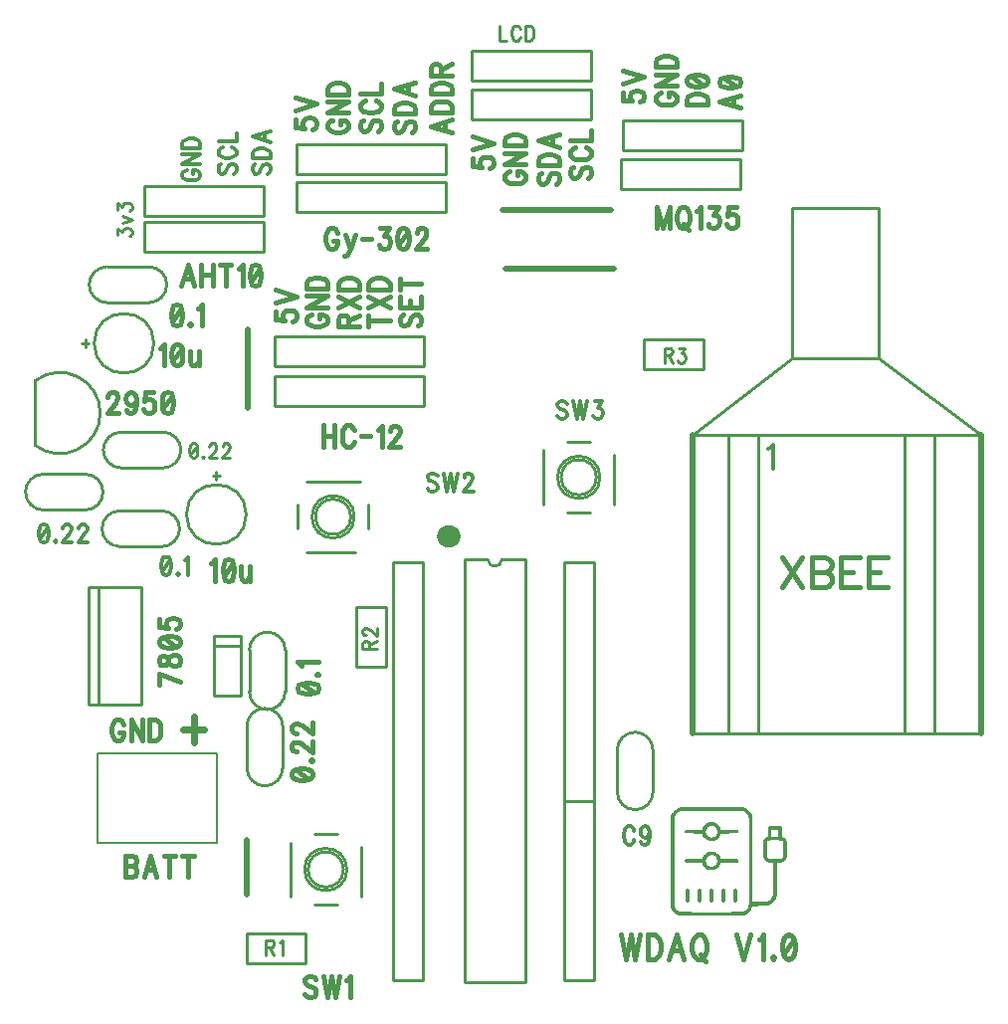
<source format=gbr>
G04 DipTrace 4.3.0.5*
G04 TopSilk.gbr*
%MOIN*%
G04 #@! TF.FileFunction,Legend,Top*
G04 #@! TF.Part,Single*
%ADD10C,0.009843*%
%ADD21O,0.078934X0.073738*%
%ADD22C,0.019685*%
%ADD31C,0.007874*%
%ADD84C,0.012351*%
%ADD85C,0.013123*%
%ADD86C,0.015311*%
%ADD87C,0.010936*%
%ADD88C,0.021872*%
%ADD89C,0.015439*%
%ADD90C,0.017498*%
%FSLAX26Y26*%
G04*
G70*
G90*
G75*
G01*
G04 TopSilk*
%LPD*%
X2025122Y2098424D2*
D10*
Y681101D1*
X2229849Y2098424D2*
Y681101D1*
X2025122D2*
X2229849D1*
X2025122Y2098424D2*
X2103854D1*
X2229849D2*
X2151116D1*
X2103854D2*
G03X2151116Y2098424I23631J104D01*
G01*
X1186758Y1841214D2*
X1277309Y1841217D1*
X1277315Y1640301D1*
X1186759Y1807832D2*
X1277310Y1807835D1*
X1186763Y1640298D2*
X1277315Y1640301D1*
X1186758Y1841214D2*
X1186763Y1640298D1*
X1514880Y2240776D2*
G02X1514880Y2240776I70850J0D01*
G01*
X1676292Y2358895D2*
X1495164Y2358891D1*
X1467588Y2280181D2*
X1467590Y2201393D1*
X1495169Y2122657D2*
X1660534Y2122661D1*
X1703873Y2201398D2*
X1703871Y2280187D1*
X1526694Y2240776D2*
G02X1526694Y2240776I59037J0D01*
G01*
X765484Y1610496D2*
X942649Y1610502D1*
X942636Y2004203D1*
X765471Y2004197D1*
X765484Y1610496D1*
X800917Y1610497D2*
X800904Y2004198D1*
X2949417Y3339246D2*
Y3439246D1*
X2549417Y3339246D2*
X2949417D1*
X2549417Y3439246D2*
X2949417D1*
X2549417Y3339246D2*
Y3439246D1*
X1964695Y3388353D2*
Y3488353D1*
X1464695Y3388353D2*
X1964695D1*
X1464695Y3488353D2*
X1964695D1*
X1464695Y3388353D2*
Y3488353D1*
X1353703Y3127604D2*
Y3227604D1*
X953703Y3127604D2*
X1353703D1*
X953703Y3227604D2*
X1353703D1*
X953703Y3127604D2*
Y3227604D1*
X586861Y2696050D2*
G02X586866Y2480696I82881J-107675D01*
G01*
Y2482779D2*
X587715Y2693687D1*
X1195985Y1149784D2*
D31*
X1195978Y1449784D1*
X795978Y1449775D1*
X795985Y1149775D1*
X1195985Y1149784D1*
X2449571Y3573403D2*
D10*
Y3673403D1*
X2049571Y3573403D2*
X2449571D1*
X2049571Y3673403D2*
X2449571D1*
X2049571Y3573403D2*
Y3673403D1*
X1891531Y2613432D2*
Y2713432D1*
X1391531Y2613432D2*
X1891531D1*
X1391531Y2713432D2*
X1891531D1*
X1391531Y2613432D2*
Y2713432D1*
X1182823Y2378456D2*
X1206464Y2378457D1*
X1194643Y2390276D2*
X1194644Y2366662D1*
X1094684Y2248546D2*
G02X1094684Y2248546I99965J0D01*
G01*
X1305221Y1794653D2*
X1305227Y1654773D1*
X1425221Y1794658D2*
X1425227Y1654778D1*
X1305227Y1654773D2*
G03X1425227Y1654778I60000J-58D01*
G01*
X1425221Y1794658D2*
G03X1305221Y1794653I-60000J58D01*
G01*
X1416864Y1399411D2*
X1416857Y1539290D1*
X1296864Y1399406D2*
X1296857Y1539285D1*
X1416857Y1539290D2*
G03X1296857Y1539285I-60000J57D01*
G01*
X1296864Y1399406D2*
G03X1416864Y1399411I60000J-57D01*
G01*
X1011357Y2260939D2*
X871478Y2260925D1*
X1011369Y2140939D2*
X871490Y2140925D1*
X871478Y2260925D2*
G03X871490Y2140925I-55J-60000D01*
G01*
X1011369Y2140939D2*
G03X1011357Y2260939I55J60000D01*
G01*
X755162Y2383687D2*
X615283Y2383684D1*
X755165Y2263687D2*
X615286Y2263684D1*
X615283Y2383684D2*
G03X615286Y2263684I-59J-60000D01*
G01*
X755165Y2263687D2*
G03X755162Y2383687I59J60000D01*
G01*
X1015944Y2524406D2*
X876064Y2524401D1*
X1015948Y2404406D2*
X876069Y2404401D1*
X876064Y2524401D2*
G03X876069Y2404401I-58J-60000D01*
G01*
X1015948Y2404406D2*
G03X1015944Y2524406I58J60000D01*
G01*
X755451Y2810037D2*
Y2833677D1*
X743632Y2821857D2*
X767246D1*
X785397D2*
G02X785397Y2821857I99965J0D01*
G01*
X828773Y2958118D2*
X968652D1*
X828773Y3078118D2*
X968652D1*
Y2958118D2*
G03X968652Y3078118I60J60000D01*
G01*
X828773D2*
G03X828773Y2958118I-60J-60000D01*
G01*
X1490189Y1059416D2*
G02X1490189Y1059416I70850J0D01*
G01*
X1442922Y1149981D2*
Y968852D1*
X1521631Y941275D2*
X1600420D1*
X1679156Y968852D2*
Y1134217D1*
X1600420Y1177558D2*
X1521631D1*
X1502002Y1059416D2*
G02X1502002Y1059416I59037J0D01*
G01*
X1763179Y1938638D2*
Y1739003D1*
X1663179D2*
X1763179D1*
X1663179Y1938638D2*
Y1739003D1*
Y1938638D2*
X1763179D1*
X2337853Y2373138D2*
G02X2337853Y2373138I70850J0D01*
G01*
X2290586Y2463702D2*
Y2282574D1*
X2369295Y2254996D2*
X2448084D1*
X2526820Y2282574D2*
Y2447939D1*
X2448084Y2491280D2*
X2369295D1*
X2349666Y2373138D2*
G02X2349666Y2373138I59037J0D01*
G01*
X1295236Y844379D2*
X1494871D1*
Y744379D2*
Y844379D1*
X1295236Y744379D2*
X1494871D1*
X1295236D2*
Y844379D1*
X2537418Y1459296D2*
X2537426Y1319417D1*
X2657418Y1459303D2*
X2657426Y1319423D1*
X2537426Y1319417D2*
G03X2657426Y1319423I60000J-57D01*
G01*
X2657418Y1459303D2*
G03X2537418Y1459296I-60000J57D01*
G01*
X2359607Y1287290D2*
Y2087290D1*
X2459607Y1287290D2*
X2359607D1*
X2459607D2*
Y2087290D1*
X2359607D1*
X1353703Y3247544D2*
Y3347544D1*
X953703Y3247544D2*
X1353703D1*
X953703Y3347544D2*
X1353703D1*
X953703Y3247544D2*
Y3347544D1*
X1964695Y3261719D2*
Y3361719D1*
X1464695Y3261719D2*
X1964695D1*
X1464695Y3361719D2*
X1964695D1*
X1464695Y3261719D2*
Y3361719D1*
X2449571Y3701233D2*
Y3801233D1*
X2049571Y3701233D2*
X2449571D1*
X2049571Y3801233D2*
X2449571D1*
X2049571Y3701233D2*
Y3801233D1*
X2955206Y3467265D2*
Y3567265D1*
X2555206Y3467265D2*
X2955206D1*
X2555206Y3567265D2*
X2955206D1*
X2555206Y3467265D2*
Y3567265D1*
X1891531Y2744492D2*
Y2844492D1*
X1391531Y2744492D2*
X1891531D1*
X1391531Y2844492D2*
X1891531D1*
X1391531Y2744492D2*
Y2844492D1*
X2627938Y2835265D2*
X2827573D1*
Y2735265D2*
Y2835265D1*
X2627938Y2735265D2*
X2827573D1*
X2627938D2*
Y2835265D1*
X1886227Y2086882D2*
X1786227D1*
X1886227Y686882D2*
Y2086882D1*
Y686882D2*
X1786227D1*
Y762482D1*
Y2086882D1*
X2359607Y1289790D2*
Y689790D1*
X2459607Y1289790D2*
Y689790D1*
X2359607Y1289790D2*
X2459607D1*
X2359607Y689790D2*
X2459607D1*
X2790979Y1515714D2*
X3757660D1*
X2790979Y2515714D2*
X3124567Y2773490D1*
Y3274393D2*
X3413976D1*
Y2773490D1*
X3124567D1*
Y3274393D1*
X2909504Y1515714D2*
X2959504D1*
X3413976Y2773490D2*
X3755968Y2515714D1*
X2790979D2*
X3755968D1*
D21*
X1972783Y2176755D3*
X1300288Y2870017D2*
D22*
Y2606612D1*
X1296752Y1157460D2*
X1294935Y974494D1*
X2153889Y3268337D2*
X2515266D1*
X2164169Y3073171D2*
X2525546D1*
X2909504Y1515714D2*
D10*
X3009504D1*
X2909504Y2515714D2*
Y1515714D1*
Y2515714D2*
X3009504D1*
Y2440714D1*
Y1515714D1*
X3500404D2*
X3600404D1*
X3500404Y2515714D2*
Y1515714D1*
Y2515714D2*
X3600404D1*
Y2440714D1*
Y1515714D1*
X3755968Y2515714D2*
D22*
Y1515713D1*
X2790979Y2515714D2*
Y1515714D1*
G36*
X3089988Y1170035D2*
Y1199926D1*
X3089186Y1203157D1*
X3087584Y1204773D1*
X3085981Y1205581D1*
X3083577Y1206389D1*
X3048320D1*
X3045115Y1205581D1*
X3042711Y1203157D1*
X3041910Y1200734D1*
Y1170035D1*
X3038704Y1169228D1*
X3033897Y1166804D1*
X3029089Y1161957D1*
X3026685Y1157110D1*
Y1101368D1*
X3028288Y1096521D1*
X3029890Y1094097D1*
X3030691Y1092482D1*
X3035499Y1087635D1*
X3038704Y1085211D1*
X3040307Y1084403D1*
X3045115Y1082787D1*
X3049923Y1081980D1*
X3050724D1*
X3051322Y1082498D1*
X3051738Y1082451D1*
X3052327Y1081980D1*
X3059538Y1081172D1*
Y974535D1*
X3058737Y973727D1*
X3057936Y970496D1*
X3057134Y968880D1*
X3056333Y966457D1*
X3054730Y964033D1*
Y963225D1*
X3047519Y955955D1*
X3041108Y952723D1*
X3038704Y951915D1*
X3035499Y951108D1*
X3020809Y950300D1*
X3006118D1*
X2991428Y951108D1*
Y1230624D1*
X2990627Y1235471D1*
X2989825Y1237895D1*
X2989024Y1241126D1*
X2985017Y1249205D1*
X2983415Y1251629D1*
X2974601Y1260515D1*
X2969793Y1263746D1*
X2966588Y1265362D1*
X2961780Y1266978D1*
X2958575Y1267786D1*
X2953767Y1268593D1*
X2753442D1*
X2748634Y1267786D1*
X2743025Y1266170D1*
X2736615Y1262938D1*
X2731807Y1259707D1*
X2727801Y1255668D1*
X2754243D1*
X2820484Y1256476D1*
X2886725D1*
X2952965Y1255668D1*
X2957773Y1254860D1*
X2960177Y1254052D1*
X2964985Y1251629D1*
X2965786Y1250821D1*
X2968991Y1248397D1*
X2973799Y1243550D1*
Y1242742D1*
X2975402Y1240319D1*
X2977004Y1237087D1*
X2977806Y1233856D1*
X2978607Y1227393D1*
X2979408Y1226585D1*
Y945453D1*
X2978607Y944645D1*
X2977806Y938990D1*
X2976203Y934143D1*
X2975402Y932527D1*
X2973799Y930103D1*
X2970594Y926064D1*
X2966588Y922025D1*
X2960177Y918794D1*
X2957773Y917986D1*
X2952965Y917178D1*
X2886725Y916370D1*
X2820484D1*
X2754243Y917178D1*
X2750237Y917986D1*
X2747032Y918794D1*
X2742224Y921217D1*
X2741423Y922025D1*
X2739820Y922833D1*
X2734211Y928488D1*
Y929296D1*
X2731006Y934143D1*
X2730204Y936566D1*
X2729403Y939798D1*
X2728602Y940606D1*
Y1232240D1*
X2729403Y1233048D1*
X2730204Y1236279D1*
X2732608Y1241126D1*
X2734211Y1243550D1*
Y1244358D1*
X2739820Y1250013D1*
X2741423Y1250821D1*
X2742224Y1251629D1*
X2747032Y1254052D1*
X2750237Y1254860D1*
X2754243Y1255668D1*
X2727801D1*
X2725397Y1253244D1*
X2722993Y1250013D1*
X2721390Y1247589D1*
X2718986Y1242742D1*
X2718185Y1240319D1*
X2716582Y1233856D1*
Y938990D1*
X2718185Y932527D1*
X2718986Y930103D1*
X2721390Y925256D1*
X2722993Y922833D1*
X2725397Y919601D1*
X2731807Y913139D1*
X2736615Y909907D1*
X2743025Y906676D1*
X2748634Y905060D1*
X2753442Y904252D1*
X2953767D1*
X2958575Y905060D1*
X2961780Y905868D1*
X2966588Y907484D1*
X2969793Y909099D1*
X2974601Y912331D1*
X2982614Y920409D1*
X2985017Y923641D1*
X2986620Y926064D1*
X2987421Y928488D1*
X2988223Y930103D1*
X2989825Y934951D1*
Y936566D1*
X3029890Y937374D1*
X3037903Y938182D1*
X3041108Y938990D1*
X3043512Y939798D1*
X3049121Y942221D1*
X3050724Y943029D1*
X3055532Y946260D1*
X3063545Y954339D1*
X3066750Y959186D1*
X3068353Y962418D1*
X3069154Y964841D1*
X3069955Y966457D1*
X3070756Y968880D1*
X3071558Y972112D1*
X3072359Y977767D1*
Y1081172D1*
X3081975Y1081980D1*
X3086782Y1082787D1*
X3089186Y1083595D1*
X3093994Y1086019D1*
X3096398Y1087635D1*
X3101206Y1092482D1*
X3102808Y1095713D1*
X3085180D1*
X3072359Y1094905D1*
X3059538D1*
X3046717Y1095713D1*
X3043512Y1097329D1*
X3039506Y1101368D1*
Y1102984D1*
X3038704Y1103792D1*
Y1153878D1*
X3041108Y1156302D1*
X3057669Y1157110D1*
X3074229D1*
X3090789Y1156302D1*
X3093193Y1153878D1*
Y1103792D1*
X3092391Y1102984D1*
X3091590Y1101368D1*
Y1100560D1*
X3088385Y1097329D1*
X3085180Y1095713D1*
X3102808D1*
X3104411Y1098945D1*
X3105212Y1102176D1*
Y1156302D1*
X3104411Y1158726D1*
X3102808Y1161957D1*
X3098001Y1166804D1*
X3094795Y1168420D1*
X3089988Y1170035D1*
X3077167D1*
X3069688Y1169228D1*
X3062209D1*
X3054730Y1170035D1*
X3053929Y1170843D1*
Y1192655D1*
X3061942Y1193463D1*
X3069955D1*
X3077968Y1192655D1*
Y1170843D1*
X3077167Y1170035D1*
X3089988D1*
G37*
G36*
X2827963Y1204773D2*
X2827162Y1203965D1*
X2823956Y1197502D1*
X2823155Y1195079D1*
Y1193463D1*
X2768667Y1192655D1*
X2767064Y1191847D1*
X2764660Y1189424D1*
X2763859Y1187000D1*
Y1185385D1*
X2765462Y1182153D1*
X2766263Y1181345D1*
X2767865Y1180538D1*
X2823155Y1179730D1*
Y1178114D1*
X2824758Y1173267D1*
X2826360Y1170035D1*
X2828764Y1166804D1*
X2835175Y1160341D1*
X2839181Y1157918D1*
X2840784Y1157110D1*
X2845591Y1155494D1*
X2848797Y1154686D1*
X2858412D1*
X2862419Y1155494D1*
X2864823Y1156302D1*
X2869630Y1158726D1*
X2872034Y1160341D1*
X2875239Y1162765D1*
X2876842Y1164381D1*
X2880047Y1168420D1*
X2883252Y1174883D1*
X2884054Y1177306D1*
Y1178922D1*
X2884855Y1179730D1*
X2939343Y1180538D1*
X2940946Y1181345D1*
X2942549Y1182961D1*
X2943350Y1184577D1*
Y1188616D1*
X2941747Y1191040D1*
X2938542Y1192655D1*
X2884855Y1193463D1*
X2884054Y1194271D1*
Y1195887D1*
X2883252Y1198310D1*
X2881650Y1201542D1*
X2880047Y1203965D1*
X2879246Y1205581D1*
X2872836Y1212044D1*
X2870432Y1213659D1*
X2865624Y1216083D1*
X2863220Y1216891D1*
X2860015Y1217699D1*
X2847194D1*
X2839982Y1215275D1*
X2836777Y1213659D1*
X2833572Y1211236D1*
X2828764Y1206389D1*
X2827963Y1204773D1*
X2848797D1*
X2852269Y1205581D1*
X2855741D1*
X2859214Y1204773D1*
X2861617Y1203965D1*
X2863220Y1203157D1*
X2864021Y1202350D1*
X2865624Y1201542D1*
X2869630Y1197502D1*
Y1196695D1*
X2871233Y1193463D1*
X2872034Y1191040D1*
X2872836Y1190232D1*
Y1182153D1*
X2872034Y1181345D1*
X2871233Y1178922D1*
X2870432Y1177306D1*
X2868829Y1174883D1*
Y1174075D1*
X2867227Y1172459D1*
X2865624Y1171651D1*
X2864021Y1170035D1*
X2862419Y1169228D1*
X2860015Y1168420D1*
X2856810Y1167612D1*
X2854673Y1166804D1*
X2852536D1*
X2850399Y1167612D1*
X2847194Y1168420D1*
X2842386Y1170843D1*
X2837578Y1175690D1*
Y1176498D1*
X2835976Y1179730D1*
X2835175Y1182961D1*
X2834373Y1183769D1*
Y1189424D1*
X2835175Y1190232D1*
X2836777Y1195079D1*
X2838380Y1197502D1*
Y1198310D1*
X2840784Y1200734D1*
X2842386Y1201542D1*
X2843989Y1203157D1*
X2845591Y1203965D1*
X2848797Y1204773D1*
X2827963D1*
G37*
G36*
Y1107023D2*
X2827162Y1106215D1*
X2823956Y1099752D1*
X2823155Y1097329D1*
Y1095713D1*
X2769468Y1094905D1*
X2767064Y1094097D1*
X2764660Y1091674D1*
X2763859Y1089250D1*
Y1087635D1*
X2764660Y1085211D1*
X2766263Y1083595D1*
X2769468Y1081980D1*
X2823155Y1080364D1*
X2823956Y1079556D1*
Y1077940D1*
X2824758Y1075517D1*
X2826360Y1072285D1*
X2827963Y1069862D1*
X2835175Y1062591D1*
X2837578Y1060975D1*
X2840784Y1059360D1*
X2845591Y1057744D1*
X2848797Y1056936D1*
X2858412D1*
X2862419Y1057744D1*
X2864823Y1058552D1*
X2871233Y1061783D1*
X2875239Y1065015D1*
X2877643Y1067438D1*
X2880047Y1070670D1*
X2884054Y1078748D1*
Y1081172D1*
X2936939Y1081980D1*
X2940145Y1082787D1*
X2942549Y1085211D1*
X2943350Y1086827D1*
Y1090058D1*
X2942549Y1091674D1*
X2940145Y1094097D1*
X2938542Y1094905D1*
X2884054Y1095713D1*
Y1098137D1*
X2883252Y1099752D1*
X2882451Y1102176D1*
X2881650Y1103792D1*
X2878445Y1108639D1*
X2873637Y1113486D1*
X2868829Y1116717D1*
X2865624Y1118333D1*
X2863220Y1119141D1*
X2860015Y1119949D1*
X2847194D1*
X2842386Y1118333D1*
X2837578Y1115909D1*
X2835175Y1114294D1*
X2831969Y1111870D1*
X2829565Y1109447D1*
X2827963Y1107023D1*
X2848797D1*
X2852002Y1107831D1*
X2855207D1*
X2858412Y1107023D1*
X2860816Y1106215D1*
X2865624Y1103792D1*
X2869630Y1099752D1*
Y1098945D1*
X2871233Y1095713D1*
X2872034Y1093290D1*
X2872836Y1092482D1*
Y1084403D1*
X2872034Y1083595D1*
X2871233Y1081172D1*
X2869630Y1077940D1*
Y1077133D1*
X2866425Y1073901D1*
X2864823Y1073093D1*
X2864021Y1072285D1*
X2860816Y1070670D1*
X2857611Y1069862D1*
X2854940Y1069054D1*
X2852269D1*
X2849598Y1069862D1*
X2844790Y1071478D1*
X2843989Y1072285D1*
X2842386Y1073093D1*
X2836777Y1078748D1*
Y1079556D1*
X2835976Y1081980D1*
X2835175Y1085211D1*
X2834373Y1086019D1*
Y1090866D1*
X2835175Y1091674D1*
X2835976Y1094905D1*
X2836777Y1097329D1*
X2838380Y1099752D1*
Y1100560D1*
X2840784Y1102984D1*
X2842386Y1103792D1*
X2843188Y1104599D1*
X2846393Y1106215D1*
X2848797Y1107023D1*
X2827963D1*
G37*
G36*
X2771872Y994732D2*
X2770269Y993924D1*
X2768667Y992308D1*
X2767865Y990692D1*
Y953531D1*
X2769468Y951108D1*
X2771071Y950300D1*
X2773475Y949492D1*
X2774276D1*
X2776680Y950300D1*
X2779084Y952723D1*
X2779885Y954339D1*
Y989884D1*
X2779084Y992308D1*
X2777481Y993924D1*
X2775878Y994732D1*
X2771872D1*
G37*
G36*
X2811937D2*
X2810334Y993924D1*
X2808732Y992308D1*
X2807930Y990692D1*
Y953531D1*
X2808732Y951915D1*
X2809533Y951108D1*
X2811136Y950300D1*
X2814341Y949492D1*
X2816745Y950300D1*
X2819149Y952723D1*
X2819950Y954339D1*
Y989884D1*
X2818347Y993116D1*
X2815142Y994732D1*
X2811937D1*
G37*
G36*
X2852002D2*
X2850399Y993924D1*
X2848797Y992308D1*
X2847995Y990692D1*
Y953531D1*
X2848797Y951915D1*
X2849598Y951108D1*
X2851201Y950300D1*
X2853604Y949492D1*
X2856810Y950300D1*
X2859214Y952723D1*
X2860015Y955147D1*
Y989077D1*
X2859214Y991500D1*
X2856810Y993924D1*
X2855207Y994732D1*
X2852002D1*
G37*
G36*
X2892067D2*
X2890464Y993924D1*
X2888060Y991500D1*
X2887259Y989077D1*
Y955147D1*
X2888060Y952723D1*
X2890464Y950300D1*
X2892868Y949492D1*
X2893669D1*
X2896875Y950300D1*
X2899278Y952723D1*
X2900080Y955147D1*
Y989884D1*
X2899278Y991500D1*
X2896875Y993924D1*
X2895272Y994732D1*
X2892067D1*
G37*
G36*
X2932132D2*
X2930529Y993924D1*
X2928125Y991500D1*
X2927324Y989884D1*
Y954339D1*
X2928125Y952723D1*
X2930529Y950300D1*
X2933734Y949492D1*
X2936939Y950300D1*
X2938542Y951915D1*
X2939343Y953531D1*
Y991500D1*
X2936939Y993924D1*
X2935337Y994732D1*
X2932132D1*
G37*
X3042253Y2466844D2*
D84*
X3049946Y2470735D1*
X3061442Y2482143D1*
Y2401847D1*
X1210180Y3421443D2*
D85*
X1204410Y3416879D1*
X1201558Y3409982D1*
Y3400803D1*
X1204410Y3393905D1*
X1210180Y3389289D1*
X1215884D1*
X1221654Y3391624D1*
X1224506Y3393905D1*
X1227358Y3398468D1*
X1233128Y3412263D1*
X1235980Y3416879D1*
X1238898Y3419161D1*
X1244602Y3421443D1*
X1253224D1*
X1258928Y3416879D1*
X1261846Y3409982D1*
Y3400803D1*
X1258928Y3393905D1*
X1253224Y3389289D1*
X1215884Y3476875D2*
X1210180Y3474594D1*
X1204410Y3469977D1*
X1201558Y3465414D1*
Y3456235D1*
X1204410Y3451619D1*
X1210180Y3447056D1*
X1215884Y3444721D1*
X1224506Y3442440D1*
X1238898D1*
X1247454Y3444721D1*
X1253224Y3447056D1*
X1258928Y3451619D1*
X1261846Y3456235D1*
Y3465414D1*
X1258928Y3469977D1*
X1253224Y3474594D1*
X1247454Y3476875D1*
X1201558Y3497872D2*
X1261846D1*
Y3525410D1*
X1687297Y3570137D2*
D86*
X1680565Y3564813D1*
X1677237Y3556766D1*
Y3546057D1*
X1680565Y3538009D1*
X1687297Y3532624D1*
X1693951D1*
X1700683Y3535348D1*
X1704010Y3538009D1*
X1707337Y3543333D1*
X1714069Y3559428D1*
X1717396Y3564813D1*
X1720801Y3567475D1*
X1727455Y3570137D1*
X1737514D1*
X1744169Y3564813D1*
X1747573Y3556766D1*
Y3546057D1*
X1744169Y3538009D1*
X1737514Y3532624D1*
X1693951Y3634808D2*
X1687297Y3632146D1*
X1680565Y3626761D1*
X1677237Y3621437D1*
Y3610728D1*
X1680565Y3605343D1*
X1687297Y3600019D1*
X1693951Y3597295D1*
X1704010Y3594634D1*
X1720801D1*
X1730783Y3597295D1*
X1737514Y3600019D1*
X1744169Y3605343D1*
X1747573Y3610728D1*
Y3621437D1*
X1744169Y3626761D1*
X1737514Y3632146D1*
X1730783Y3634808D1*
X1677237Y3659305D2*
X1747573D1*
Y3691432D1*
X2391012Y3412745D2*
X2384280Y3407422D1*
X2380953Y3399375D1*
Y3388666D1*
X2384280Y3380618D1*
X2391012Y3375233D1*
X2397666D1*
X2404398Y3377957D1*
X2407725Y3380618D1*
X2411052Y3385942D1*
X2417784Y3402036D1*
X2421112Y3407422D1*
X2424516Y3410084D1*
X2431171Y3412745D1*
X2441230D1*
X2447884Y3407422D1*
X2451289Y3399375D1*
Y3388666D1*
X2447884Y3380618D1*
X2441230Y3375233D1*
X2397666Y3477417D2*
X2391012Y3474755D1*
X2384280Y3469370D1*
X2380953Y3464046D1*
Y3453337D1*
X2384280Y3447951D1*
X2391012Y3442628D1*
X2397666Y3439904D1*
X2407725Y3437242D1*
X2424516D1*
X2434498Y3439904D1*
X2441230Y3442628D1*
X2447884Y3447951D1*
X2451289Y3453337D1*
Y3464046D1*
X2447884Y3469370D1*
X2441230Y3474755D1*
X2434498Y3477417D1*
X2380953Y3501914D2*
X2451289D1*
Y3534041D1*
X2281996Y3393252D2*
X2275264Y3387928D1*
X2271937Y3379881D1*
Y3369172D1*
X2275264Y3361125D1*
X2281996Y3355740D1*
X2288650D1*
X2295382Y3358463D1*
X2298710Y3361125D1*
X2302037Y3366449D1*
X2308769Y3382543D1*
X2312096Y3387928D1*
X2315500Y3390590D1*
X2322155Y3393252D1*
X2332214D1*
X2338868Y3387928D1*
X2342273Y3379881D1*
Y3369172D1*
X2338868Y3361125D1*
X2332214Y3355740D1*
X2271937Y3417749D2*
X2342273D1*
Y3436505D1*
X2338868Y3444553D1*
X2332214Y3449938D1*
X2325482Y3452600D1*
X2315500Y3455262D1*
X2298710D1*
X2288650Y3452600D1*
X2281996Y3449938D1*
X2275264Y3444553D1*
X2271937Y3436505D1*
Y3417749D1*
X2342273Y3522656D2*
X2271937Y3501177D1*
X2342273Y3479758D1*
X2318828Y3487806D2*
Y3514609D1*
X1800867Y3566083D2*
X1794136Y3560759D1*
X1790808Y3552712D1*
Y3542003D1*
X1794136Y3533956D1*
X1800867Y3528570D1*
X1807522D1*
X1814254Y3531294D1*
X1817581Y3533956D1*
X1820908Y3539279D1*
X1827640Y3555374D1*
X1830967Y3560759D1*
X1834372Y3563421D1*
X1841026Y3566083D1*
X1851085D1*
X1857740Y3560759D1*
X1861144Y3552712D1*
Y3542003D1*
X1857740Y3533956D1*
X1851085Y3528570D1*
X1790808Y3590580D2*
X1861144D1*
Y3609336D1*
X1857740Y3617383D1*
X1851085Y3622769D1*
X1844353Y3625430D1*
X1834372Y3628092D1*
X1817581D1*
X1807522Y3625430D1*
X1800867Y3622769D1*
X1794136Y3617383D1*
X1790808Y3609336D1*
Y3590580D1*
X1861144Y3695487D2*
X1790808Y3674007D1*
X1861144Y3652589D1*
X1837699Y3660636D2*
Y3687440D1*
X1324060Y3421443D2*
D85*
X1318289Y3416879D1*
X1315437Y3409982D1*
Y3400803D1*
X1318289Y3393905D1*
X1324060Y3389289D1*
X1329763D1*
X1335533Y3391624D1*
X1338385Y3393905D1*
X1341237Y3398468D1*
X1347007Y3412263D1*
X1349859Y3416879D1*
X1352778Y3419161D1*
X1358481Y3421443D1*
X1367103D1*
X1372807Y3416879D1*
X1375725Y3409982D1*
Y3400803D1*
X1372807Y3393905D1*
X1367103Y3389289D1*
X1315437Y3442440D2*
X1375725D1*
Y3458517D1*
X1372807Y3465414D1*
X1367103Y3470030D1*
X1361333Y3472312D1*
X1352778Y3474594D1*
X1338385D1*
X1329763Y3472312D1*
X1324060Y3470030D1*
X1318289Y3465414D1*
X1315437Y3458517D1*
Y3442440D1*
X1375725Y3532361D2*
X1315437Y3513949D1*
X1375725Y3495591D1*
X1355629Y3502489D2*
Y3525463D1*
X2369273Y2620007D2*
X2364710Y2625777D1*
X2357812Y2628629D1*
X2348633D1*
X2341735Y2625777D1*
X2337119Y2620007D1*
Y2614303D1*
X2339454Y2608533D1*
X2341735Y2605681D1*
X2346298Y2602830D1*
X2360094Y2597059D1*
X2364710Y2594207D1*
X2366991Y2591289D1*
X2369273Y2585585D1*
Y2576963D1*
X2364710Y2571260D1*
X2357812Y2568341D1*
X2348633D1*
X2341735Y2571260D1*
X2337119Y2576963D1*
X2390270Y2628629D2*
X2401784Y2568341D1*
X2413244Y2628629D1*
X2424705Y2568341D1*
X2436219Y2628629D1*
X2461832Y2628563D2*
X2487035D1*
X2473293Y2605615D1*
X2480191D1*
X2484754Y2602763D1*
X2487035Y2599911D1*
X2489370Y2591289D1*
Y2585585D1*
X2487035Y2576963D1*
X2482472Y2571193D1*
X2475575Y2568341D1*
X2468677D1*
X2461832Y2571193D1*
X2459551Y2574111D1*
X2457216Y2579815D1*
X1458501Y3572254D2*
D86*
Y3545512D1*
X1488601Y3542850D1*
X1485274Y3545512D1*
X1481869Y3553559D1*
Y3561545D1*
X1485274Y3569592D1*
X1491928Y3574977D1*
X1501987Y3577639D1*
X1508642D1*
X1518701Y3574977D1*
X1525433Y3569592D1*
X1528760Y3561545D1*
Y3553559D1*
X1525433Y3545512D1*
X1522028Y3542850D1*
X1515374Y3540127D1*
X1458424Y3602136D2*
X1528760Y3623554D1*
X1458424Y3644972D1*
X1583671Y3570105D2*
X1577017Y3567444D1*
X1570285Y3562058D1*
X1566958Y3556735D1*
Y3546026D1*
X1570285Y3540640D1*
X1577017Y3535317D1*
X1583671Y3532593D1*
X1593731Y3529931D1*
X1610521D1*
X1620503Y3532593D1*
X1627235Y3535317D1*
X1633889Y3540640D1*
X1637294Y3546026D1*
Y3556735D1*
X1633889Y3562058D1*
X1627235Y3567444D1*
X1620503Y3570105D1*
X1610521D1*
Y3556735D1*
X1566958Y3632115D2*
X1637294D1*
X1566958Y3594602D1*
X1637294D1*
X1566958Y3656612D2*
X1637294D1*
Y3675368D1*
X1633889Y3683415D1*
X1627235Y3688801D1*
X1620503Y3691463D1*
X1610521Y3694124D1*
X1593731D1*
X1583671Y3691463D1*
X1577017Y3688801D1*
X1570285Y3683415D1*
X1566958Y3675368D1*
Y3656612D1*
X2053678Y3440789D2*
Y3414048D1*
X2083778Y3411386D1*
X2080451Y3414048D1*
X2077046Y3422095D1*
Y3430080D1*
X2080451Y3438127D1*
X2087105Y3443513D1*
X2097164Y3446175D1*
X2103819D1*
X2113878Y3443513D1*
X2120610Y3438127D1*
X2123937Y3430080D1*
Y3422095D1*
X2120610Y3414048D1*
X2117205Y3411386D1*
X2110551Y3408662D1*
X2053601Y3470672D2*
X2123937Y3492090D1*
X2053601Y3513508D1*
X2176034Y3397276D2*
X2169379Y3394614D1*
X2162647Y3389229D1*
X2159320Y3383905D1*
Y3373196D1*
X2162647Y3367811D1*
X2169379Y3362487D1*
X2176034Y3359763D1*
X2186093Y3357102D1*
X2202884D1*
X2212865Y3359763D1*
X2219597Y3362487D1*
X2226252Y3367811D1*
X2229656Y3373196D1*
Y3383905D1*
X2226252Y3389229D1*
X2219597Y3394614D1*
X2212865Y3397276D1*
X2202884D1*
Y3383905D1*
X2159320Y3459286D2*
X2229656D1*
X2159320Y3421773D1*
X2229656D1*
X2159320Y3483782D2*
X2229656D1*
Y3502539D1*
X2226252Y3510586D1*
X2219597Y3515971D1*
X2212865Y3518633D1*
X2202884Y3521295D1*
X2186093D1*
X2176034Y3518633D1*
X2169379Y3515971D1*
X2162647Y3510586D1*
X2159320Y3502539D1*
Y3483782D1*
X2557714Y3662966D2*
Y3636225D1*
X2587814Y3633563D1*
X2584486Y3636225D1*
X2581082Y3644272D1*
Y3652257D1*
X2584486Y3660305D1*
X2591141Y3665690D1*
X2601200Y3668352D1*
X2607854D1*
X2617913Y3665690D1*
X2624645Y3660305D1*
X2627972Y3652257D1*
Y3644272D1*
X2624645Y3636225D1*
X2621241Y3633563D1*
X2614586Y3630839D1*
X2557636Y3692849D2*
X2627972Y3714267D1*
X2557636Y3735685D1*
X2683321Y3660819D2*
X2676667Y3658158D1*
X2669935Y3652772D1*
X2666608Y3647449D1*
Y3636740D1*
X2669935Y3631354D1*
X2676667Y3626030D1*
X2683321Y3623307D1*
X2693380Y3620645D1*
X2710171D1*
X2720153Y3623307D1*
X2726884Y3626030D1*
X2733539Y3631354D1*
X2736944Y3636740D1*
Y3647449D1*
X2733539Y3652772D1*
X2726884Y3658158D1*
X2720153Y3660819D1*
X2710171D1*
Y3647449D1*
X2666608Y3722829D2*
X2736944D1*
X2666608Y3685316D1*
X2736944D1*
X2666608Y3747326D2*
X2736944D1*
Y3766082D1*
X2733539Y3774129D1*
X2726884Y3779515D1*
X2720153Y3782177D1*
X2710171Y3784838D1*
X2693380D1*
X2683321Y3782177D1*
X2676667Y3779515D1*
X2669935Y3774129D1*
X2666608Y3766082D1*
Y3747326D1*
X2770243Y3620645D2*
X2840579D1*
Y3639401D1*
X2837174Y3647449D1*
X2830520Y3652834D1*
X2823788Y3655496D1*
X2813806Y3658158D1*
X2797015D1*
X2786956Y3655496D1*
X2780302Y3652834D1*
X2773570Y3647449D1*
X2770243Y3639401D1*
Y3620645D1*
X2770320Y3698749D2*
X2773647Y3690702D1*
X2783706Y3685316D1*
X2800420Y3682654D1*
X2810479D1*
X2827192Y3685316D1*
X2837251Y3690702D1*
X2840579Y3698749D1*
Y3704073D1*
X2837251Y3712120D1*
X2827192Y3717443D1*
X2810479Y3720167D1*
X2800420D1*
X2783706Y3717443D1*
X2773647Y3712120D1*
X2770320Y3704073D1*
Y3698749D1*
X2783706Y3717443D2*
X2827192Y3685316D1*
X2948814Y3653090D2*
X2878478Y3631610D1*
X2948814Y3610192D1*
X2925368Y3618240D2*
Y3645043D1*
X2878555Y3693682D2*
X2881882Y3685634D1*
X2891941Y3680249D1*
X2908655Y3677587D1*
X2918714D1*
X2935427Y3680249D1*
X2945486Y3685634D1*
X2948814Y3693682D1*
Y3699005D1*
X2945486Y3707053D1*
X2935427Y3712376D1*
X2918714Y3715100D1*
X2908655D1*
X2891941Y3712376D1*
X2881882Y3707053D1*
X2878555Y3699005D1*
Y3693682D1*
X2891941Y3712376D2*
X2935427Y3680249D1*
X1094917Y3401529D2*
D85*
X1089213Y3399247D1*
X1083443Y3394631D1*
X1080591Y3390068D1*
Y3380889D1*
X1083443Y3376273D1*
X1089213Y3371710D1*
X1094917Y3369375D1*
X1103539Y3367093D1*
X1117931D1*
X1126487Y3369375D1*
X1132257Y3371710D1*
X1137961Y3376273D1*
X1140879Y3380889D1*
Y3390068D1*
X1137961Y3394631D1*
X1132257Y3399247D1*
X1126487Y3401529D1*
X1117931D1*
Y3390068D1*
X1080591Y3454680D2*
X1140879D1*
X1080591Y3422526D1*
X1140879D1*
X1080591Y3475677D2*
X1140879D1*
Y3491754D1*
X1137961Y3498651D1*
X1132257Y3503267D1*
X1126487Y3505549D1*
X1117931Y3507830D1*
X1103539D1*
X1094917Y3505549D1*
X1089213Y3503267D1*
X1083443Y3498651D1*
X1080591Y3491754D1*
Y3475677D1*
X862248Y3184766D2*
D87*
Y3205769D1*
X881371Y3194317D1*
Y3200065D1*
X883748Y3203868D1*
X886124Y3205769D1*
X893309Y3207714D1*
X898063D1*
X905248Y3205769D1*
X910056Y3201966D1*
X912433Y3196218D1*
Y3190470D1*
X910056Y3184766D1*
X907624Y3182865D1*
X902871Y3180920D1*
X878939Y3225212D2*
X912433Y3236708D1*
X878939Y3248160D1*
X862248Y3269505D2*
Y3290507D1*
X881371Y3279055D1*
Y3284803D1*
X883748Y3288606D1*
X886124Y3290507D1*
X893309Y3292453D1*
X898063D1*
X905248Y3290507D1*
X910056Y3286705D1*
X912433Y3280957D1*
Y3275209D1*
X910056Y3269505D1*
X907624Y3267603D1*
X902871Y3265658D1*
X1393480Y2928035D2*
D86*
Y2901293D1*
X1423580Y2898631D1*
X1420253Y2901293D1*
X1416848Y2909340D1*
Y2917326D1*
X1420253Y2925373D1*
X1426907Y2930758D1*
X1436966Y2933420D1*
X1443621D1*
X1453680Y2930758D1*
X1460412Y2925373D1*
X1463739Y2917326D1*
Y2909340D1*
X1460412Y2901293D1*
X1457007Y2898631D1*
X1450353Y2895907D1*
X1393403Y2957917D2*
X1463739Y2979335D1*
X1393403Y3000753D1*
X1512640Y2918620D2*
X1505985Y2915958D1*
X1499254Y2910573D1*
X1495926Y2905249D1*
Y2894540D1*
X1499254Y2889155D1*
X1505985Y2883831D1*
X1512640Y2881107D1*
X1522699Y2878446D1*
X1539490D1*
X1549472Y2881107D1*
X1556203Y2883831D1*
X1562858Y2889155D1*
X1566262Y2894540D1*
Y2905249D1*
X1562858Y2910573D1*
X1556203Y2915958D1*
X1549472Y2918620D1*
X1539490D1*
Y2905249D1*
X1495926Y2980629D2*
X1566262D1*
X1495926Y2943117D1*
X1566262D1*
X1495926Y3005126D2*
X1566262D1*
Y3023883D1*
X1562858Y3031930D1*
X1556203Y3037315D1*
X1549472Y3039977D1*
X1539490Y3042639D1*
X1522699D1*
X1512640Y3039977D1*
X1505985Y3037315D1*
X1499254Y3031930D1*
X1495926Y3023883D1*
Y3005126D1*
X1984030Y3571468D2*
X1913694Y3549988D1*
X1984030Y3528570D1*
X1960585Y3536617D2*
Y3563421D1*
X1913694Y3595965D2*
X1984030D1*
Y3614721D1*
X1980626Y3622769D1*
X1973971Y3628154D1*
X1967239Y3630816D1*
X1957258Y3633478D1*
X1940467D1*
X1930408Y3630816D1*
X1923753Y3628154D1*
X1917021Y3622769D1*
X1913694Y3614721D1*
Y3595965D1*
Y3657975D2*
X1984030D1*
Y3676731D1*
X1980626Y3684778D1*
X1973971Y3690164D1*
X1967239Y3692825D1*
X1957258Y3695487D1*
X1940467D1*
X1930408Y3692825D1*
X1923753Y3690164D1*
X1917021Y3684778D1*
X1913694Y3676731D1*
Y3657975D1*
X1947199Y3719984D2*
Y3744064D1*
X1943794Y3752111D1*
X1940467Y3754835D1*
X1933812Y3757497D1*
X1927080D1*
X1920426Y3754835D1*
X1917021Y3752111D1*
X1913694Y3744064D1*
Y3719984D1*
X1984030D1*
X1947199Y3738740D2*
X1984030Y3757497D1*
X1637481Y2878799D2*
Y2902878D1*
X1634076Y2910926D1*
X1630749Y2913649D1*
X1624094Y2916311D1*
X1617363D1*
X1610708Y2913649D1*
X1607304Y2910926D1*
X1603976Y2902878D1*
Y2878799D1*
X1674312D1*
X1637481Y2897555D2*
X1674312Y2916311D1*
X1603976Y2940808D2*
X1674312Y2978321D1*
X1603976D2*
X1674312Y2940808D1*
X1603976Y3002818D2*
X1674312D1*
Y3021574D1*
X1670908Y3029621D1*
X1664253Y3035006D1*
X1657521Y3037668D1*
X1647540Y3040330D1*
X1630749D1*
X1620690Y3037668D1*
X1614035Y3035006D1*
X1607304Y3029621D1*
X1603976Y3021574D1*
Y3002818D1*
X1818543Y2918651D2*
X1811811Y2913327D1*
X1808484Y2905280D1*
Y2894571D1*
X1811811Y2886524D1*
X1818543Y2881138D1*
X1825198D1*
X1831930Y2883862D1*
X1835257Y2886524D1*
X1838584Y2891847D1*
X1845316Y2907942D1*
X1848643Y2913327D1*
X1852048Y2915989D1*
X1858702Y2918651D1*
X1868761D1*
X1875416Y2913327D1*
X1878820Y2905280D1*
Y2894571D1*
X1875416Y2886524D1*
X1868761Y2881138D1*
X1808484Y2977937D2*
Y2943148D1*
X1878820D1*
Y2977937D1*
X1841989Y2943148D2*
Y2964566D1*
X1808484Y3021190D2*
X1878820D1*
X1808484Y3002434D2*
Y3039946D1*
X1553381Y2546892D2*
Y2476556D1*
X1590893Y2546892D2*
Y2476556D1*
X1553381Y2513388D2*
X1590893D1*
X1655564Y2530179D2*
X1652903Y2536833D1*
X1647517Y2543565D1*
X1642194Y2546892D1*
X1631485D1*
X1626099Y2543565D1*
X1620776Y2536833D1*
X1618052Y2530179D1*
X1615390Y2520120D1*
Y2503329D1*
X1618052Y2493347D1*
X1620776Y2486615D1*
X1626099Y2479961D1*
X1631485Y2476556D1*
X1642194D1*
X1647517Y2479961D1*
X1652903Y2486615D1*
X1655564Y2493347D1*
X1680061Y2511686D2*
X1711012D1*
X1735509Y2533429D2*
X1740895Y2536833D1*
X1748942Y2546815D1*
Y2476556D1*
X1776163Y2530101D2*
Y2533429D1*
X1778824Y2540161D1*
X1781486Y2543488D1*
X1786872Y2546815D1*
X1797581D1*
X1802904Y2543488D1*
X1805566Y2540161D1*
X1808290Y2533429D1*
Y2526774D1*
X1805566Y2520042D1*
X1800242Y2510061D1*
X1773439Y2476556D1*
X1810951D1*
X1119865Y3014917D2*
X1098385Y3085253D1*
X1076967Y3014917D1*
X1085015Y3038363D2*
X1111818D1*
X1144362Y3085253D2*
Y3014917D1*
X1181875Y3085253D2*
Y3014917D1*
X1144362Y3051749D2*
X1181875D1*
X1225128Y3085253D2*
Y3014917D1*
X1206372Y3085253D2*
X1243884D1*
X1268381Y3071790D2*
X1273767Y3075194D1*
X1281814Y3085176D1*
Y3014917D1*
X1322405Y3085176D2*
X1314358Y3081849D1*
X1308973Y3071790D1*
X1306311Y3055076D1*
Y3045017D1*
X1308973Y3028303D1*
X1314358Y3018244D1*
X1322405Y3014917D1*
X1327729D1*
X1335776Y3018244D1*
X1341100Y3028303D1*
X1343823Y3045017D1*
Y3055076D1*
X1341100Y3071790D1*
X1335776Y3081849D1*
X1327729Y3085176D1*
X1322405D1*
X1341100Y3071790D2*
X1308973Y3028303D1*
X1599904Y3190674D2*
X1597242Y3197328D1*
X1591857Y3204060D1*
X1586533Y3207387D1*
X1575824D1*
X1570439Y3204060D1*
X1565115Y3197328D1*
X1562392Y3190674D1*
X1559730Y3180615D1*
Y3163824D1*
X1562392Y3153842D1*
X1565115Y3147110D1*
X1570439Y3140456D1*
X1575824Y3137051D1*
X1586533D1*
X1591857Y3140456D1*
X1597242Y3147110D1*
X1599904Y3153842D1*
Y3163824D1*
X1586533D1*
X1627125Y3183942D2*
X1643157Y3137051D1*
X1637834Y3123665D1*
X1632448Y3116933D1*
X1627125Y3113606D1*
X1624401D1*
X1659252Y3183942D2*
X1643157Y3137051D1*
X1683749Y3172180D2*
X1714700D1*
X1744582Y3207310D2*
X1773985D1*
X1757953Y3180537D1*
X1766000D1*
X1771324Y3177210D1*
X1773985Y3173883D1*
X1776709Y3163824D1*
Y3157169D1*
X1773985Y3147110D1*
X1768662Y3140378D1*
X1760615Y3137051D1*
X1752567D1*
X1744582Y3140378D1*
X1741920Y3143783D1*
X1739197Y3150437D1*
X1817301Y3207310D2*
X1809253Y3203982D1*
X1803868Y3193923D1*
X1801206Y3177210D1*
Y3167151D1*
X1803868Y3150437D1*
X1809253Y3140378D1*
X1817301Y3137051D1*
X1822624D1*
X1830671Y3140378D1*
X1835995Y3150437D1*
X1838719Y3167151D1*
Y3177210D1*
X1835995Y3193923D1*
X1830671Y3203982D1*
X1822624Y3207310D1*
X1817301D1*
X1835995Y3193923D2*
X1803868Y3150437D1*
X1865939Y3190596D2*
Y3193923D1*
X1868601Y3200655D1*
X1871263Y3203982D1*
X1876648Y3207310D1*
X1887357D1*
X1892681Y3203982D1*
X1895343Y3200655D1*
X1898066Y3193923D1*
Y3187269D1*
X1895343Y3180537D1*
X1890019Y3170555D1*
X1863216Y3137051D1*
X1900728D1*
X2143410Y3885973D2*
D87*
Y3835733D1*
X2166358D1*
X2212552Y3874034D2*
X2210650Y3878788D1*
X2206804Y3883596D1*
X2203001Y3885973D1*
X2195352D1*
X2191505Y3883596D1*
X2187702Y3878788D1*
X2185757Y3874034D1*
X2183856Y3866849D1*
Y3854856D1*
X2185757Y3847726D1*
X2187702Y3842918D1*
X2191505Y3838165D1*
X2195352Y3835733D1*
X2203001D1*
X2206804Y3838165D1*
X2210650Y3842918D1*
X2212552Y3847726D1*
X2230049Y3885973D2*
Y3835733D1*
X2243447D1*
X2249195Y3838165D1*
X2253042Y3842918D1*
X2254943Y3847726D1*
X2256844Y3854856D1*
Y3866849D1*
X2254943Y3874034D1*
X2253042Y3878788D1*
X2249195Y3883596D1*
X2243447Y3885973D1*
X2230049D1*
X2712095Y3208089D2*
D86*
Y3278425D1*
X2690677Y3208089D1*
X2669259Y3278425D1*
Y3208089D1*
X2752686Y3278425D2*
X2747363Y3275175D1*
X2741977Y3268443D1*
X2739315Y3261712D1*
X2736592Y3251653D1*
Y3234939D1*
X2739315Y3224880D1*
X2741977Y3218226D1*
X2747363Y3211494D1*
X2752686Y3208167D1*
X2763395D1*
X2768781Y3211494D1*
X2774104Y3218226D1*
X2776766Y3224880D1*
X2779490Y3234939D1*
Y3251653D1*
X2776766Y3261712D1*
X2774104Y3268443D1*
X2768781Y3275175D1*
X2763395Y3278425D1*
X2752686D1*
X2760733Y3221553D2*
X2776766Y3201435D1*
X2803987Y3264961D2*
X2809372Y3268366D1*
X2817419Y3278348D1*
Y3208089D1*
X2847302Y3278348D2*
X2876705D1*
X2860673Y3251575D1*
X2868720D1*
X2874043Y3248248D1*
X2876705Y3244921D1*
X2879429Y3234862D1*
Y3228207D1*
X2876705Y3218148D1*
X2871382Y3211416D1*
X2863334Y3208089D1*
X2855287D1*
X2847302Y3211416D1*
X2844640Y3214821D1*
X2841916Y3221475D1*
X2936053Y3278348D2*
X2909311D1*
X2906649Y3248248D1*
X2909311Y3251575D1*
X2917358Y3254980D1*
X2925344D1*
X2933391Y3251575D1*
X2938776Y3244921D1*
X2941438Y3234862D1*
Y3228207D1*
X2938776Y3218148D1*
X2933391Y3211416D1*
X2925344Y3208089D1*
X2917358D1*
X2909311Y3211416D1*
X2906649Y3214821D1*
X2903926Y3221475D1*
X1445689Y1376001D2*
X1449016Y1367953D1*
X1459075Y1362568D1*
X1475789Y1359906D1*
X1485848D1*
X1502561Y1362568D1*
X1512620Y1367953D1*
X1515947Y1376001D1*
Y1381324D1*
X1512620Y1389371D1*
X1502561Y1394695D1*
X1485848Y1397419D1*
X1475789D1*
X1459075Y1394695D1*
X1449016Y1389371D1*
X1445689Y1381324D1*
Y1376001D1*
X1459075Y1394695D2*
X1502561Y1362568D1*
X1509216Y1424577D2*
X1512620Y1421916D1*
X1515947Y1424577D1*
X1512620Y1427301D1*
X1509216Y1424577D1*
X1462402Y1454522D2*
X1459075D1*
X1452343Y1457184D1*
X1449016Y1459845D1*
X1445689Y1465231D1*
Y1475940D1*
X1449016Y1481263D1*
X1452343Y1483925D1*
X1459075Y1486649D1*
X1465730D1*
X1472461Y1483925D1*
X1482443Y1478602D1*
X1515947Y1451798D1*
Y1489311D1*
X1462402Y1516531D2*
X1459075D1*
X1452343Y1519193D1*
X1449016Y1521855D1*
X1445689Y1527240D1*
Y1537949D1*
X1449016Y1543273D1*
X1452343Y1545935D1*
X1459075Y1548658D1*
X1465730D1*
X1472461Y1545935D1*
X1482443Y1540611D1*
X1515947Y1513808D1*
Y1551320D1*
X1465611Y1664716D2*
X1468939Y1656669D1*
X1478998Y1651283D1*
X1495711Y1648621D1*
X1505770D1*
X1522484Y1651283D1*
X1532543Y1656669D1*
X1535870Y1664716D1*
Y1670039D1*
X1532543Y1678087D1*
X1522484Y1683410D1*
X1505770Y1686134D1*
X1495711D1*
X1478998Y1683410D1*
X1468939Y1678087D1*
X1465611Y1670039D1*
Y1664716D1*
X1478998Y1683410D2*
X1522484Y1651283D1*
X1529138Y1713293D2*
X1532543Y1710631D1*
X1535870Y1713293D1*
X1532543Y1716016D1*
X1529138Y1713293D1*
X1478998Y1740513D2*
X1475593Y1745899D1*
X1465611Y1753946D1*
X1535870D1*
X1177988Y2083679D2*
X1183374Y2087084D1*
X1191421Y2097066D1*
Y2026807D1*
X1232012Y2097066D2*
X1223965Y2093738D1*
X1218580Y2083679D1*
X1215918Y2066966D1*
Y2056907D1*
X1218580Y2040193D1*
X1223965Y2030134D1*
X1232012Y2026807D1*
X1237336D1*
X1245383Y2030134D1*
X1250707Y2040193D1*
X1253430Y2056907D1*
Y2066966D1*
X1250707Y2083679D1*
X1245383Y2093738D1*
X1237336Y2097066D1*
X1232012D1*
X1250707Y2083679D2*
X1218580Y2040193D1*
X1277927Y2073698D2*
Y2040193D1*
X1280589Y2030212D1*
X1285975Y2026807D1*
X1294022D1*
X1299345Y2030212D1*
X1307393Y2040193D1*
Y2073698D2*
Y2026807D1*
X1024305Y2106547D2*
D85*
X1017408Y2103695D1*
X1012792Y2095073D1*
X1010510Y2080747D1*
Y2072125D1*
X1012792Y2057800D1*
X1017408Y2049177D1*
X1024305Y2046326D1*
X1028868D1*
X1035766Y2049177D1*
X1040329Y2057800D1*
X1042664Y2072125D1*
Y2080747D1*
X1040329Y2095073D1*
X1035766Y2103695D1*
X1028868Y2106547D1*
X1024305D1*
X1040329Y2095073D2*
X1012792Y2057800D1*
X1065943Y2052096D2*
X1063661Y2049177D1*
X1065943Y2046326D1*
X1068277Y2049177D1*
X1065943Y2052096D1*
X1089275Y2095073D2*
X1093891Y2097992D1*
X1100788Y2106547D1*
Y2046326D1*
X1115354Y2488188D2*
D87*
X1109606Y2485811D1*
X1105759Y2478626D1*
X1103857Y2466688D1*
Y2459503D1*
X1105759Y2447565D1*
X1109606Y2440380D1*
X1115354Y2438003D1*
X1119156D1*
X1124904Y2440380D1*
X1128707Y2447565D1*
X1130652Y2459503D1*
Y2466688D1*
X1128707Y2478626D1*
X1124904Y2485811D1*
X1119156Y2488188D1*
X1115354D1*
X1128707Y2478626D2*
X1105759Y2447565D1*
X1150051Y2442811D2*
X1148150Y2440380D1*
X1150051Y2438003D1*
X1151997Y2440380D1*
X1150051Y2442811D1*
X1171440Y2476250D2*
Y2478626D1*
X1173341Y2483435D1*
X1175243Y2485811D1*
X1179089Y2488188D1*
X1186739D1*
X1190541Y2485811D1*
X1192442Y2483435D1*
X1194388Y2478626D1*
Y2473873D1*
X1192442Y2469064D1*
X1188640Y2461935D1*
X1169495Y2438003D1*
X1196289D1*
X1215733Y2476250D2*
Y2478626D1*
X1217634Y2483435D1*
X1219535Y2485811D1*
X1223382Y2488188D1*
X1231031D1*
X1234834Y2485811D1*
X1236735Y2483435D1*
X1238680Y2478626D1*
Y2473873D1*
X1236735Y2469064D1*
X1232932Y2461935D1*
X1213787Y2438003D1*
X1240582D1*
X1058966Y2950929D2*
D86*
X1050919Y2947602D1*
X1045533Y2937543D1*
X1042871Y2920829D1*
Y2910770D1*
X1045533Y2894057D1*
X1050919Y2883998D1*
X1058966Y2880670D1*
X1064290D1*
X1072337Y2883998D1*
X1077660Y2894057D1*
X1080384Y2910770D1*
Y2920829D1*
X1077660Y2937543D1*
X1072337Y2947602D1*
X1064290Y2950929D1*
X1058966D1*
X1077660Y2937543D2*
X1045533Y2894057D1*
X1107543Y2887402D2*
X1104881Y2883998D1*
X1107543Y2880670D1*
X1110266Y2883998D1*
X1107543Y2887402D1*
X1134763Y2937543D2*
X1140149Y2940947D1*
X1148196Y2950929D1*
Y2880670D1*
X1005742Y2803896D2*
X1011127Y2807300D1*
X1019174Y2817282D1*
Y2747024D1*
X1059766Y2817282D2*
X1051718Y2813955D1*
X1046333Y2803896D1*
X1043671Y2787182D1*
Y2777123D1*
X1046333Y2760410D1*
X1051718Y2750351D1*
X1059766Y2747024D1*
X1065089D1*
X1073136Y2750351D1*
X1078460Y2760410D1*
X1081184Y2777123D1*
Y2787182D1*
X1078460Y2803896D1*
X1073136Y2813955D1*
X1065089Y2817282D1*
X1059766D1*
X1078460Y2803896D2*
X1046333Y2760410D1*
X1105681Y2793914D2*
Y2760410D1*
X1108342Y2750428D1*
X1113728Y2747024D1*
X1121775D1*
X1127099Y2750428D1*
X1135146Y2760410D1*
Y2793914D2*
Y2747024D1*
X831533Y2640670D2*
Y2643997D1*
X834195Y2650729D1*
X836857Y2654056D1*
X842243Y2657383D1*
X852952D1*
X858275Y2654056D1*
X860937Y2650729D1*
X863661Y2643997D1*
Y2637342D1*
X860937Y2630611D1*
X855613Y2620629D1*
X828810Y2587125D1*
X866322D1*
X925670Y2634015D2*
X922946Y2623956D1*
X917623Y2617224D1*
X909576Y2613897D1*
X906914D1*
X898867Y2617224D1*
X893543Y2623956D1*
X890819Y2634015D1*
Y2637342D1*
X893543Y2647402D1*
X898867Y2654056D1*
X906914Y2657383D1*
X909576D1*
X917623Y2654056D1*
X922946Y2647402D1*
X925670Y2634015D1*
Y2617224D1*
X922946Y2600511D1*
X917623Y2590452D1*
X909576Y2587125D1*
X904252D1*
X896205Y2590452D1*
X893543Y2597184D1*
X982294Y2657383D2*
X955552D1*
X952891Y2627283D1*
X955552Y2630611D1*
X963600Y2634015D1*
X971585D1*
X979632Y2630611D1*
X985018Y2623956D1*
X987680Y2613897D1*
Y2607243D1*
X985018Y2597184D1*
X979632Y2590452D1*
X971585Y2587125D1*
X963600D1*
X955552Y2590452D1*
X952891Y2593856D1*
X950167Y2600511D1*
X1028271Y2657383D2*
X1020224Y2654056D1*
X1014838Y2643997D1*
X1012176Y2627283D1*
Y2617224D1*
X1014838Y2600511D1*
X1020224Y2590452D1*
X1028271Y2587125D1*
X1033594D1*
X1041642Y2590452D1*
X1046965Y2600511D1*
X1049689Y2617224D1*
Y2627283D1*
X1046965Y2643997D1*
X1041642Y2654056D1*
X1033594Y2657383D1*
X1028271D1*
X1046965Y2643997D2*
X1014838Y2600511D1*
X1074714Y1689849D2*
X1004455Y1716652D1*
Y1679140D1*
Y1754520D2*
X1007782Y1746535D1*
X1014437Y1743811D1*
X1021169D1*
X1027823Y1746535D1*
X1031228Y1751858D1*
X1034555Y1762567D1*
X1037882Y1770615D1*
X1044614Y1775938D1*
X1051269Y1778600D1*
X1061328D1*
X1067982Y1775938D1*
X1071387Y1773276D1*
X1074714Y1765229D1*
Y1754520D1*
X1071387Y1746535D1*
X1067982Y1743811D1*
X1061328Y1741149D1*
X1051269D1*
X1044614Y1743811D1*
X1037882Y1749196D1*
X1034555Y1757182D1*
X1031228Y1767891D1*
X1027823Y1773276D1*
X1021169Y1775938D1*
X1014437D1*
X1007782Y1773276D1*
X1004455Y1765229D1*
Y1754520D1*
Y1819191D2*
X1007782Y1811144D1*
X1017842Y1805759D1*
X1034555Y1803097D1*
X1044614D1*
X1061328Y1805759D1*
X1071387Y1811144D1*
X1074714Y1819191D1*
Y1824515D1*
X1071387Y1832562D1*
X1061328Y1837886D1*
X1044614Y1840609D1*
X1034555D1*
X1017842Y1837886D1*
X1007782Y1832562D1*
X1004455Y1824515D1*
Y1819191D1*
X1017842Y1837886D2*
X1061328Y1805759D1*
X1004455Y1897233D2*
Y1870492D1*
X1034555Y1867830D1*
X1031228Y1870492D1*
X1027823Y1878539D1*
Y1886524D1*
X1031228Y1894572D1*
X1037882Y1899957D1*
X1047941Y1902619D1*
X1054596D1*
X1064655Y1899957D1*
X1071387Y1894572D1*
X1074714Y1886524D1*
Y1878539D1*
X1071387Y1870492D1*
X1067982Y1867830D1*
X1061328Y1865106D1*
X889797Y1105690D2*
Y1035354D1*
X913938D1*
X921986Y1038759D1*
X924647Y1042086D1*
X927309Y1048741D1*
Y1058800D1*
X924647Y1065531D1*
X921986Y1068859D1*
X913938Y1072186D1*
X921986Y1075590D1*
X924647Y1078918D1*
X927309Y1085572D1*
Y1092304D1*
X924647Y1098958D1*
X921986Y1102363D1*
X913938Y1105690D1*
X889797D1*
Y1072186D2*
X913938D1*
X994704Y1035354D2*
X973224Y1105690D1*
X951806Y1035354D1*
X959853Y1058800D2*
X986657D1*
X1037957Y1105690D2*
Y1035354D1*
X1019201Y1105690D2*
X1056714D1*
X1099967D2*
Y1035354D1*
X1081211Y1105690D2*
X1118723D1*
X1118900Y1572134D2*
D88*
Y1486024D1*
X1084500Y1529024D2*
X1153388D1*
X883918Y1545781D2*
D86*
X881257Y1552436D1*
X875871Y1559167D1*
X870548Y1562495D1*
X859839D1*
X854453Y1559167D1*
X849130Y1552436D1*
X846406Y1545781D1*
X843744Y1535722D1*
Y1518931D1*
X846406Y1508950D1*
X849130Y1502218D1*
X854453Y1495563D1*
X859839Y1492159D1*
X870548D1*
X875871Y1495563D1*
X881257Y1502218D1*
X883918Y1508950D1*
Y1518931D1*
X870548D1*
X945928Y1562495D2*
Y1492159D1*
X908415Y1562495D1*
Y1492159D1*
X970425Y1562495D2*
Y1492159D1*
X989181D1*
X997228Y1495563D1*
X1002614Y1502218D1*
X1005276Y1508950D1*
X1007937Y1518931D1*
Y1535722D1*
X1005276Y1545781D1*
X1002614Y1552436D1*
X997228Y1559167D1*
X989181Y1562495D1*
X970425D1*
X1527867Y691488D2*
X1522543Y698220D1*
X1514496Y701547D1*
X1503787D1*
X1495740Y698220D1*
X1490354Y691488D1*
Y684834D1*
X1493078Y678102D1*
X1495740Y674775D1*
X1501063Y671447D1*
X1517158Y664716D1*
X1522543Y661388D1*
X1525205Y657984D1*
X1527867Y651329D1*
Y641270D1*
X1522543Y634616D1*
X1514496Y631211D1*
X1503787D1*
X1495740Y634616D1*
X1490354Y641270D1*
X1552364Y701547D2*
X1565797Y631211D1*
X1579167Y701547D1*
X1592538Y631211D1*
X1605971Y701547D1*
X1630468Y688084D2*
X1635853Y691488D1*
X1643901Y701470D1*
Y631211D1*
X3091084Y2104634D2*
D89*
X3158071Y2004154D1*
Y2104634D2*
X3091084Y2004154D1*
X3188949Y2104634D2*
Y2004154D1*
X3232060D1*
X3246430Y2009018D1*
X3251183Y2013771D1*
X3255936Y2023277D1*
Y2037647D1*
X3251183Y2047264D1*
X3246430Y2052017D1*
X3232060Y2056771D1*
X3246430Y2061634D1*
X3251183Y2066388D1*
X3255936Y2075894D1*
Y2085511D1*
X3251183Y2095017D1*
X3246430Y2099881D1*
X3232060Y2104634D1*
X3188949D1*
Y2056771D2*
X3232060D1*
X3348937Y2104634D2*
X3286814D1*
Y2004154D1*
X3348937D1*
X3286814Y2056771D2*
X3325061D1*
X3441939Y2104634D2*
X3379816D1*
Y2004154D1*
X3441939D1*
X3379816Y2056771D2*
X3418062D1*
X613762Y2215350D2*
D85*
X606864Y2212499D1*
X602248Y2203876D1*
X599967Y2189551D1*
Y2180929D1*
X602248Y2166603D1*
X606864Y2157981D1*
X613762Y2155129D1*
X618325D1*
X625223Y2157981D1*
X629786Y2166603D1*
X632120Y2180929D1*
Y2189551D1*
X629786Y2203876D1*
X625223Y2212499D1*
X618325Y2215350D1*
X613762D1*
X629786Y2203876D2*
X602248Y2166603D1*
X655399Y2160899D2*
X653118Y2157981D1*
X655399Y2155129D1*
X657734Y2157981D1*
X655399Y2160899D1*
X681066Y2201025D2*
Y2203876D1*
X683347Y2209647D1*
X685629Y2212499D1*
X690245Y2215350D1*
X699424D1*
X703987Y2212499D1*
X706269Y2209647D1*
X708603Y2203876D1*
Y2198173D1*
X706269Y2192403D1*
X701706Y2183847D1*
X678731Y2155129D1*
X710885D1*
X734217Y2201025D2*
Y2203876D1*
X736498Y2209647D1*
X738780Y2212499D1*
X743396Y2215350D1*
X752575D1*
X757138Y2212499D1*
X759420Y2209647D1*
X761754Y2203876D1*
Y2198173D1*
X759420Y2192403D1*
X754857Y2183847D1*
X731882Y2155129D1*
X764036D1*
X1704598Y2897555D2*
D86*
X1774934D1*
X1704598Y2878799D2*
Y2916311D1*
Y2940808D2*
X1774934Y2978321D1*
X1704598D2*
X1774934Y2940808D1*
X1704598Y3002818D2*
X1774934D1*
Y3021574D1*
X1771530Y3029621D1*
X1764875Y3035006D1*
X1758143Y3037668D1*
X1748162Y3040330D1*
X1731371D1*
X1721312Y3037668D1*
X1714657Y3035006D1*
X1707926Y3029621D1*
X1704598Y3021574D1*
Y3002818D1*
X1934985Y2377631D2*
D85*
X1930422Y2383401D1*
X1923525Y2386253D1*
X1914345D1*
X1907448Y2383401D1*
X1902832Y2377631D1*
Y2371927D1*
X1905166Y2366157D1*
X1907448Y2363305D1*
X1912011Y2360453D1*
X1925806Y2354683D1*
X1930422Y2351831D1*
X1932704Y2348913D1*
X1934985Y2343209D1*
Y2334587D1*
X1930422Y2328883D1*
X1923525Y2325965D1*
X1914345D1*
X1907448Y2328883D1*
X1902832Y2334587D1*
X1955983Y2386253D2*
X1967496Y2325965D1*
X1978957Y2386253D1*
X1990418Y2325965D1*
X2001932Y2386253D1*
X2025263Y2371861D2*
Y2374712D1*
X2027545Y2380483D1*
X2029827Y2383334D1*
X2034443Y2386186D1*
X2043622D1*
X2048185Y2383334D1*
X2050466Y2380483D1*
X2052801Y2374712D1*
Y2369009D1*
X2050466Y2363238D1*
X2045903Y2354683D1*
X2022929Y2325965D1*
X2055083D1*
X2551022Y840436D2*
D90*
X2566373Y760052D1*
X2581654Y840436D1*
X2596935Y760052D1*
X2612287Y840436D1*
X2640283D2*
Y760052D1*
X2661719D1*
X2670916Y763943D1*
X2677071Y771548D1*
X2680113Y779242D1*
X2683155Y790649D1*
Y809839D1*
X2680113Y821335D1*
X2677071Y828940D1*
X2670916Y836634D1*
X2661719Y840436D1*
X2640283D1*
X2760177Y760052D2*
X2735629Y840436D1*
X2711151Y760052D1*
X2720348Y786847D2*
X2750981D1*
X2806568Y840436D2*
X2800484Y836722D1*
X2794329Y829029D1*
X2791287Y821335D1*
X2788174Y809839D1*
Y790738D1*
X2791287Y779242D1*
X2794329Y771637D1*
X2800484Y763943D1*
X2806568Y760141D1*
X2818807D1*
X2824961Y763943D1*
X2831045Y771637D1*
X2834087Y779242D1*
X2837200Y790738D1*
Y809839D1*
X2834087Y821335D1*
X2831045Y829029D1*
X2824961Y836722D1*
X2818807Y840436D1*
X2806568D1*
X2815765Y775439D2*
X2834087Y752447D1*
X2935640Y840436D2*
X2960118Y760052D1*
X2984596Y840436D1*
X3012592Y825049D2*
X3018747Y828940D1*
X3027944Y840348D1*
Y760052D1*
X3058982Y767746D2*
X3055940Y763855D1*
X3058982Y760052D1*
X3062095Y763855D1*
X3058982Y767746D1*
X3108485Y840348D2*
X3099289Y836545D1*
X3093134Y825049D1*
X3090092Y805948D1*
Y794452D1*
X3093134Y775351D1*
X3099289Y763855D1*
X3108485Y760052D1*
X3114570D1*
X3123766Y763855D1*
X3129850Y775351D1*
X3132963Y794452D1*
Y805948D1*
X3129850Y825049D1*
X3123766Y836545D1*
X3114570Y840348D1*
X3108485D1*
X3129850Y825049D2*
X3093134Y775351D1*
X1361205Y799469D2*
D87*
X1378405D1*
X1384153Y801901D1*
X1386099Y804277D1*
X1388000Y809030D1*
Y813839D1*
X1386099Y818592D1*
X1384153Y821024D1*
X1378405Y823400D1*
X1361205D1*
Y773160D1*
X1374603Y799469D2*
X1388000Y773160D1*
X1405498Y813784D2*
X1409344Y816215D1*
X1415093Y823345D1*
Y773160D1*
X1707714Y1798504D2*
Y1815704D1*
X1705282Y1821452D1*
X1702905Y1823397D1*
X1698152Y1825298D1*
X1693343D1*
X1688590Y1823397D1*
X1686158Y1821452D1*
X1683782Y1815704D1*
Y1798504D1*
X1734022D1*
X1707714Y1811901D2*
X1734022Y1825298D1*
X1695775Y1844742D2*
X1693399D1*
X1688590Y1846643D1*
X1686214Y1848544D1*
X1683837Y1852391D1*
Y1860040D1*
X1686214Y1863843D1*
X1688590Y1865744D1*
X1693399Y1867690D1*
X1698152D1*
X1702960Y1865744D1*
X1710090Y1861942D1*
X1734022Y1842796D1*
Y1869591D1*
X2695234Y2782175D2*
X2712434D1*
X2718182Y2784607D1*
X2720128Y2786983D1*
X2722029Y2791736D1*
Y2796545D1*
X2720128Y2801298D1*
X2718182Y2803730D1*
X2712434Y2806107D1*
X2695234D1*
Y2755867D1*
X2708631Y2782175D2*
X2722029Y2755867D1*
X2743373Y2806051D2*
X2764376D1*
X2752924Y2786928D1*
X2758672D1*
X2762475Y2784551D1*
X2764376Y2782175D1*
X2766321Y2774990D1*
Y2770237D1*
X2764376Y2763052D1*
X2760573Y2758243D1*
X2754825Y2755867D1*
X2749077D1*
X2743373Y2758243D1*
X2741472Y2760675D1*
X2739527Y2765428D1*
X2594466Y1189445D2*
D85*
X2592185Y1195149D1*
X2587569Y1200919D1*
X2583006Y1203771D1*
X2573826D1*
X2569210Y1200919D1*
X2564647Y1195149D1*
X2562313Y1189445D1*
X2560031Y1180823D1*
Y1166431D1*
X2562313Y1157875D1*
X2564647Y1152105D1*
X2569210Y1146401D1*
X2573826Y1143483D1*
X2583006D1*
X2587569Y1146401D1*
X2592185Y1152105D1*
X2594466Y1157875D1*
X2645336Y1183675D2*
X2643001Y1175053D1*
X2638438Y1169283D1*
X2631540Y1166431D1*
X2629259D1*
X2622361Y1169283D1*
X2617798Y1175053D1*
X2615464Y1183675D1*
Y1186527D1*
X2617798Y1195149D1*
X2622361Y1200853D1*
X2629259Y1203705D1*
X2631540D1*
X2638438Y1200853D1*
X2643001Y1195149D1*
X2645336Y1183675D1*
Y1169283D1*
X2643001Y1154957D1*
X2638438Y1146335D1*
X2631540Y1143483D1*
X2626977D1*
X2620080Y1146335D1*
X2617798Y1152105D1*
M02*

</source>
